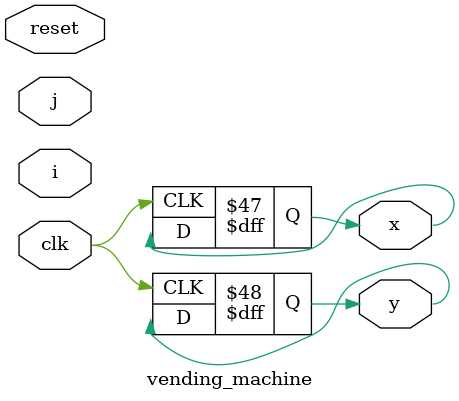
<source format=v>

module vending_machine (
  input clk,
  input reset,
  input [1:0] i,
  input [1:0] j,
  output reg x,
  output reg y
);

  reg [2:0] state;


  always @(posedge clk) begin
    if (reset) begin
      state <= 0;
    end else begin
      case (state)
        0: begin
          if (i & j) begin
            coin <= 2;
          end else if (i) begin
            coin <= 1;
          end
          state <= 1;
        end
        1: begin
          if (coin == 3) begin
            x <= 1;
          end else if (coin == 4) begin
            x <= 1;
            y <= 1;
          end
          state <= 2;
        end
        2: begin
          coin <= 0;
          state <= 0;
        end
      endcase
    end
  end

endmodule

</source>
